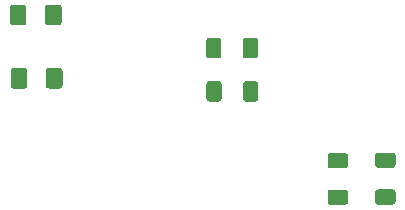
<source format=gbr>
%TF.GenerationSoftware,KiCad,Pcbnew,(5.1.12)-1*%
%TF.CreationDate,2021-12-28T18:57:02-06:00*%
%TF.ProjectId,iPiMI,6950694d-492e-46b6-9963-61645f706362,rev?*%
%TF.SameCoordinates,Original*%
%TF.FileFunction,Paste,Top*%
%TF.FilePolarity,Positive*%
%FSLAX46Y46*%
G04 Gerber Fmt 4.6, Leading zero omitted, Abs format (unit mm)*
G04 Created by KiCad (PCBNEW (5.1.12)-1) date 2021-12-28 18:57:02*
%MOMM*%
%LPD*%
G01*
G04 APERTURE LIST*
G04 APERTURE END LIST*
%TO.C,R5*%
G36*
G01*
X62702601Y-28792000D02*
X61452599Y-28792000D01*
G75*
G02*
X61202600Y-28542001I0J249999D01*
G01*
X61202600Y-27741999D01*
G75*
G02*
X61452599Y-27492000I249999J0D01*
G01*
X62702601Y-27492000D01*
G75*
G02*
X62952600Y-27741999I0J-249999D01*
G01*
X62952600Y-28542001D01*
G75*
G02*
X62702601Y-28792000I-249999J0D01*
G01*
G37*
G36*
G01*
X62702601Y-31892000D02*
X61452599Y-31892000D01*
G75*
G02*
X61202600Y-31642001I0J249999D01*
G01*
X61202600Y-30841999D01*
G75*
G02*
X61452599Y-30592000I249999J0D01*
G01*
X62702601Y-30592000D01*
G75*
G02*
X62952600Y-30841999I0J-249999D01*
G01*
X62952600Y-31642001D01*
G75*
G02*
X62702601Y-31892000I-249999J0D01*
G01*
G37*
%TD*%
%TO.C,R6*%
G36*
G01*
X66715801Y-28767200D02*
X65465799Y-28767200D01*
G75*
G02*
X65215800Y-28517201I0J249999D01*
G01*
X65215800Y-27717199D01*
G75*
G02*
X65465799Y-27467200I249999J0D01*
G01*
X66715801Y-27467200D01*
G75*
G02*
X66965800Y-27717199I0J-249999D01*
G01*
X66965800Y-28517201D01*
G75*
G02*
X66715801Y-28767200I-249999J0D01*
G01*
G37*
G36*
G01*
X66715801Y-31867200D02*
X65465799Y-31867200D01*
G75*
G02*
X65215800Y-31617201I0J249999D01*
G01*
X65215800Y-30817199D01*
G75*
G02*
X65465799Y-30567200I249999J0D01*
G01*
X66715801Y-30567200D01*
G75*
G02*
X66965800Y-30817199I0J-249999D01*
G01*
X66965800Y-31617201D01*
G75*
G02*
X66715801Y-31867200I-249999J0D01*
G01*
G37*
%TD*%
%TO.C,R2*%
G36*
G01*
X54012000Y-19230501D02*
X54012000Y-17980499D01*
G75*
G02*
X54261999Y-17730500I249999J0D01*
G01*
X55062001Y-17730500D01*
G75*
G02*
X55312000Y-17980499I0J-249999D01*
G01*
X55312000Y-19230501D01*
G75*
G02*
X55062001Y-19480500I-249999J0D01*
G01*
X54261999Y-19480500D01*
G75*
G02*
X54012000Y-19230501I0J249999D01*
G01*
G37*
G36*
G01*
X50912000Y-19230501D02*
X50912000Y-17980499D01*
G75*
G02*
X51161999Y-17730500I249999J0D01*
G01*
X51962001Y-17730500D01*
G75*
G02*
X52212000Y-17980499I0J-249999D01*
G01*
X52212000Y-19230501D01*
G75*
G02*
X51962001Y-19480500I-249999J0D01*
G01*
X51161999Y-19480500D01*
G75*
G02*
X50912000Y-19230501I0J249999D01*
G01*
G37*
%TD*%
%TO.C,R1*%
G36*
G01*
X54036800Y-22900801D02*
X54036800Y-21650799D01*
G75*
G02*
X54286799Y-21400800I249999J0D01*
G01*
X55086801Y-21400800D01*
G75*
G02*
X55336800Y-21650799I0J-249999D01*
G01*
X55336800Y-22900801D01*
G75*
G02*
X55086801Y-23150800I-249999J0D01*
G01*
X54286799Y-23150800D01*
G75*
G02*
X54036800Y-22900801I0J249999D01*
G01*
G37*
G36*
G01*
X50936800Y-22900801D02*
X50936800Y-21650799D01*
G75*
G02*
X51186799Y-21400800I249999J0D01*
G01*
X51986801Y-21400800D01*
G75*
G02*
X52236800Y-21650799I0J-249999D01*
G01*
X52236800Y-22900801D01*
G75*
G02*
X51986801Y-23150800I-249999J0D01*
G01*
X51186799Y-23150800D01*
G75*
G02*
X50936800Y-22900801I0J249999D01*
G01*
G37*
%TD*%
%TO.C,D2*%
G36*
G01*
X35786700Y-20533200D02*
X35786700Y-21783200D01*
G75*
G02*
X35536700Y-22033200I-250000J0D01*
G01*
X34611700Y-22033200D01*
G75*
G02*
X34361700Y-21783200I0J250000D01*
G01*
X34361700Y-20533200D01*
G75*
G02*
X34611700Y-20283200I250000J0D01*
G01*
X35536700Y-20283200D01*
G75*
G02*
X35786700Y-20533200I0J-250000D01*
G01*
G37*
G36*
G01*
X38761700Y-20533200D02*
X38761700Y-21783200D01*
G75*
G02*
X38511700Y-22033200I-250000J0D01*
G01*
X37586700Y-22033200D01*
G75*
G02*
X37336700Y-21783200I0J250000D01*
G01*
X37336700Y-20533200D01*
G75*
G02*
X37586700Y-20283200I250000J0D01*
G01*
X38511700Y-20283200D01*
G75*
G02*
X38761700Y-20533200I0J-250000D01*
G01*
G37*
%TD*%
%TO.C,D1*%
G36*
G01*
X38685500Y-15186500D02*
X38685500Y-16436500D01*
G75*
G02*
X38435500Y-16686500I-250000J0D01*
G01*
X37510500Y-16686500D01*
G75*
G02*
X37260500Y-16436500I0J250000D01*
G01*
X37260500Y-15186500D01*
G75*
G02*
X37510500Y-14936500I250000J0D01*
G01*
X38435500Y-14936500D01*
G75*
G02*
X38685500Y-15186500I0J-250000D01*
G01*
G37*
G36*
G01*
X35710500Y-15186500D02*
X35710500Y-16436500D01*
G75*
G02*
X35460500Y-16686500I-250000J0D01*
G01*
X34535500Y-16686500D01*
G75*
G02*
X34285500Y-16436500I0J250000D01*
G01*
X34285500Y-15186500D01*
G75*
G02*
X34535500Y-14936500I250000J0D01*
G01*
X35460500Y-14936500D01*
G75*
G02*
X35710500Y-15186500I0J-250000D01*
G01*
G37*
%TD*%
M02*

</source>
